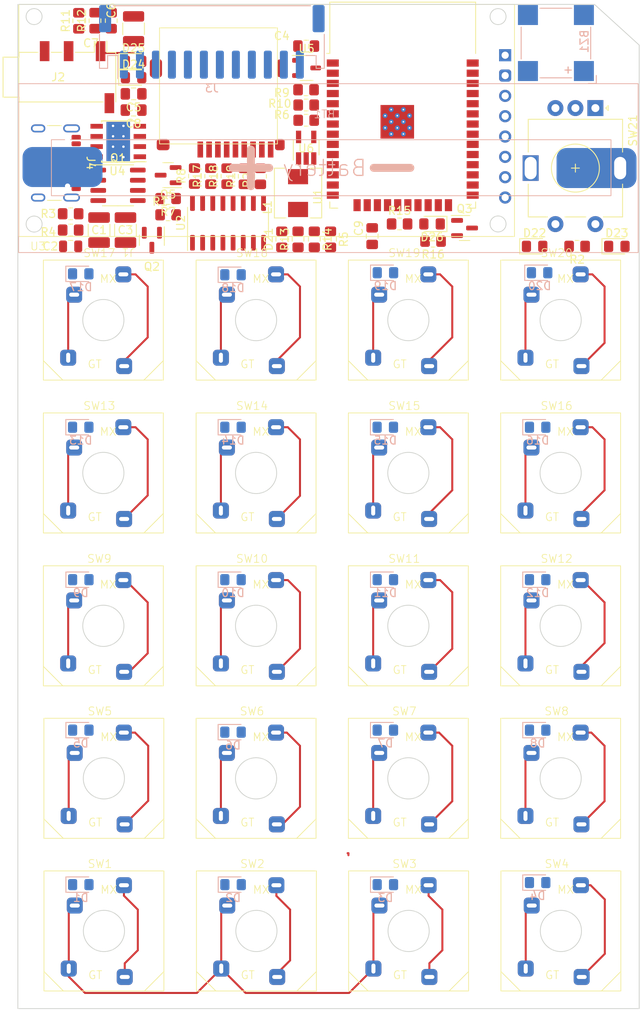
<source format=kicad_pcb>
(kicad_pcb (version 20221018) (generator pcbnew)
  (layers (0 "F.Cu" signal) (31 "B.Cu" signal) (34 "B.Paste" user) (35 "F.Paste" user) (36 "B.SilkS" user "B.Silkscreen") (37 "F.SilkS" user "F.Silkscreen") (38 "B.Mask" user) (39 "F.Mask" user) (44 "Edge.Cuts" user))
  (net 0 "")
  (net 1 "Net-(BT1-+)")
  (net 2 "GND")
  (net 3 "Net-(BZ1--)")
  (net 4 "Net-(Q3-G)")
  (net 5 "Net-(U4-CE)")
  (net 6 "Net-(Q1A-S)")
  (net 7 "VDD")
  (net 8 "Net-(U1-IO32)")
  (net 19 "Net-(J4-CC1)")
  (net 20 "Net-(J4-CC2)")
  (net 23 "/Power/VCART_ON")
  (net 25 "/GP_OE")
  (net 26 "Net-(Q2-D)")
  (net 27 "Net-(D21-K)")
  (net 28 "Net-(D22-A)")
  (net 29 "Net-(D23-A)")
  (net 34 "Net-(C5-Pad2)")
  (net 35 "Net-(U1-IO33)")
  (net 52 "CART_SENSE")
  (net 53 "Net-(U2-QC)")
  (net 54 "Net-(U2-QD)")
  (net 55 "Net-(U2-QE)")
  (net 56 "Net-(U2-QF)")
  (net 57 "Net-(U2-QG)")
  (net 58 "Net-(U2-QH)")
  (net 60 "/GP_CK")
  (net 61 "/GP_D")
  (net 62 "VDD_AON")
  (net 67 "Net-(U4-Prog)")
  (net 70 "/Power/VCART")
  (net 71 "B_OK")
  (net 72 "Net-(D1-A)")
  (net 73 "Net-(D2-A)")
  (net 74 "/GP_T")
  (net 75 "Net-(D3-A)")
  (net 76 "Net-(D4-A)")
  (net 77 "Net-(D5-A)")
  (net 78 "Net-(D6-A)")
  (net 79 "Net-(D7-A)")
  (net 80 "Net-(D8-A)")
  (net 81 "Net-(D9-A)")
  (net 82 "Net-(D10-A)")
  (net 83 "Net-(D11-A)")
  (net 84 "Net-(D12-A)")
  (net 85 "Net-(D13-A)")
  (net 86 "Net-(D14-A)")
  (net 87 "Net-(D15-A)")
  (net 88 "Net-(D16-A)")
  (net 89 "Net-(D17-A)")
  (net 90 "Net-(D18-A)")
  (net 91 "Net-(D19-A)")
  (net 92 "Net-(D20-A)")
  (net 93 "SD_SENSE")
  (net 94 "SD_FEED")
  (net 96 "CART_FEED")
  (net 97 "Net-(U6-LX)")
  (net 99 "Net-(R10-Pad1)")
  (net 100 "Net-(U6-FB)")
  (net 103 "Net-(Q5-D)")
  (net 104 "/Power/VBAT_MON")
  (net 105 "/Power/VPOW_OFF")
  (net 106 "Net-(C8-Pad2)")
  (net 108 "Net-(J1-DAT2)")
  (net 109 "Net-(J1-DAT3{slash}CD)")
  (net 110 "Net-(J1-CMD)")
  (net 111 "Net-(J1-CLK)")
  (net 112 "Net-(J1-DAT0)")
  (net 113 "Net-(J1-DAT1)")
  (net 114 "Net-(U1-IO27)")
  (net 115 "Net-(U1-IO5)")
  (net 116 "Net-(U1-IO18)")
  (net 117 "Net-(U1-IO23)")
  (footprint "footprints:Combo_MechanicalSwitch" (layer "F.Cu") (at 9.48 -8.256)
    (fp_text reference "SW15")
    (fp_text value "SW_Push")
    (fp_circle (center 0 0) (end 2.575 0) (stroke (width 0.1)) (fill none) (layer "Edge.Cuts"))
  )
  (footprint "footprints:Combo_MechanicalSwitch" (layer "F.Cu") (at 28.53 29.9013)
    (fp_text reference "SW8")
    (fp_text value "SW_Push")
    (fp_circle (center 0 0) (end 2.575 0) (stroke (width 0.1)) (fill none) (layer "Edge.Cuts"))
  )
  (footprint "footprints:Combo_MechanicalSwitch" (layer "F.Cu") (at -28.6004 48.9712)
    (fp_text reference "SW1")
    (fp_text value "SW_Push")
    (fp_circle (center 0 0) (end 2.575 0) (stroke (width 0.1)) (fill none) (layer "Edge.Cuts"))
  )
  (footprint "Package_TO_SOT_SMD:SOT-23" (layer "F.Cu") (at 16.51 -38.862)
    (fp_text reference "Q3")
    (fp_text value "BSS138")
  )
  (footprint "Capacitor_SMD:C_0805_2012Metric" (layer "F.Cu") (at -32.766 -36.576)
    (fp_text reference "C2")
    (fp_text value "100n")
  )
  (footprint "footprints:Combo_MechanicalSwitch" (layer "F.Cu") (at 9.5116 48.9702)
    (fp_text reference "SW3")
    (fp_text value "SW_Push")
    (fp_circle (center 0 0) (end 2.575 0) (stroke (width 0.1)) (fill none) (layer "Edge.Cuts"))
  )
  (footprint "Resistor_SMD:R_0805_2012Metric_Pad1.20x1.40mm_HandSolder" (layer "F.Cu") (at -4.318 -37.449 90)
    (fp_text reference "R13")
    (fp_text value "1M")
  )
  (footprint "Resistor_SMD:R_0805_2012Metric_Pad1.20x1.40mm_HandSolder" (layer "F.Cu") (at -32.766 -40.64 180)
    (fp_text reference "R3")
    (fp_text value "5k6")
  )
  (footprint "Resistor_SMD:R_0805_2012Metric_Pad1.20x1.40mm_HandSolder" (layer "F.Cu") (at -31.75 -64.754 90)
    (fp_text reference "R11")
    (fp_text value "100k")
  )
  (footprint "Resistor_SMD:R_0805_2012Metric_Pad1.20x1.40mm_HandSolder" (layer "F.Cu") (at -3.302 -54.229)
    (fp_text reference "R10")
    (fp_text value "220k")
  )
  (footprint "Resistor_SMD:R_0805_2012Metric_Pad1.20x1.40mm_HandSolder" (layer "F.Cu") (at 8.382 -39.37)
    (fp_text reference "R15")
    (fp_text value "10k")
  )
  (footprint "Resistor_SMD:R_0805_2012Metric_Pad1.20x1.40mm_HandSolder" (layer "F.Cu") (at -20.574 -42.545 180)
    (fp_text reference "R7")
    (fp_text value "33k")
  )
  (footprint "Capacitor_SMD:C_1210_3225Metric_Pad1.33x2.70mm_HandSolder" (layer "F.Cu") (at -25.908 -38.608 -90)
    (fp_text reference "C3")
    (fp_text value "22u")
  )
  (footprint "Resistor_SMD:R_0805_2012Metric_Pad1.20x1.40mm_HandSolder" (layer "F.Cu") (at 30.591 -36.576 180)
    (fp_text reference "R2")
    (fp_text value "100k")
  )
  (footprint "footprints:Combo_MechanicalSwitch" (layer "F.Cu") (at -9.57 -27.3568)
    (fp_text reference "SW18")
    (fp_text value "SW_Push")
    (fp_circle (center 0 0) (end 2.575 0) (stroke (width 0.1)) (fill none) (layer "Edge.Cuts"))
  )
  (footprint "footprints:Combo_MechanicalSwitch" (layer "F.Cu") (at 9.48 29.9013)
    (fp_text reference "SW7")
    (fp_text value "SW_Push")
    (fp_circle (center 0 0) (end 2.575 0) (stroke (width 0.1)) (fill none) (layer "Edge.Cuts"))
  )
  (footprint "Resistor_SMD:R_0805_2012Metric_Pad1.20x1.40mm_HandSolder" (layer "F.Cu") (at -29.718 -64.77 90)
    (fp_text reference "R12")
    (fp_text value "100k")
  )
  (footprint "footprints:Combo_MechanicalSwitch" (layer "F.Cu") (at -9.57 10.8448)
    (fp_text reference "SW10")
    (fp_text value "SW_Push")
    (fp_circle (center 0 0) (end 2.575 0) (stroke (width 0.1)) (fill none) (layer "Edge.Cuts"))
  )
  (footprint "Diode_SMD:D_0805_2012Metric_Pad1.15x1.40mm_HandSolder" (layer "F.Cu") (at 35.56 -36.576)
    (fp_text reference "D23")
    (fp_text value "D")
  )
  (footprint "Inductor_SMD:L_Chilisin_BMRA00050530" (layer "F.Cu") (at -4.318 -43.227 -90)
    (fp_text reference "L1")
    (fp_text value "2u2")
  )
  (footprint "Resistor_SMD:R_0805_2012Metric_Pad1.20x1.40mm_HandSolder" (layer "F.Cu") (at -3.302 -52.324 180)
    (fp_text reference "R6")
    (fp_text value "100k")
  )
  (footprint "Package_TO_SOT_SMD:SOT-23" (layer "F.Cu") (at -22.606 -37.338 -90)
    (fp_text reference "Q2")
    (fp_text value "BSS138")
  )
  (footprint "Resistor_SMD:R_0805_2012Metric_Pad1.20x1.40mm_HandSolder" (layer "F.Cu") (at -11.049 -45.323 90)
    (fp_text reference "R19")
    (fp_text value "47k")
  )
  (footprint "Rotary_Encoder:RotaryEncoder_Alps_EC11E-Switch_Vertical_H20mm" (layer "F.Cu") (at 32.8766 -53.848 -90)
    (fp_text reference "SW21")
    (fp_text value "Encoder")
  )
  (footprint "Diode_SMD:D_0805_2012Metric_Pad1.15x1.40mm_HandSolder" (layer "F.Cu") (at 25.273 -36.576)
    (fp_text reference "D22")
    (fp_text value "D")
  )
  (footprint "Resistor_SMD:R_0805_2012Metric_Pad1.20x1.40mm_HandSolder" (layer "F.Cu") (at -17.272 -45.355 90)
    (fp_text reference "R8")
    (fp_text value "47k")
  )
  (footprint "footprints:Combo_MechanicalSwitch" (layer "F.Cu") (at 28.53 -8.256)
    (fp_text reference "SW16")
    (fp_text value "SW_Push")
    (fp_circle (center 0 0) (end 2.575 0) (stroke (width 0.1)) (fill none) (layer "Edge.Cuts"))
  )
  (footprint "Capacitor_SMD:C_0805_2012Metric_Pad1.18x1.45mm_HandSolder" (layer "F.Cu") (at 4.953 -37.846 90)
    (fp_text reference "C9")
    (fp_text value "22u")
  )
  (footprint "footprints:Combo_MechanicalSwitch" (layer "F.Cu") (at 28.53 10.8448)
    (fp_text reference "SW12")
    (fp_text value "SW_Push")
    (fp_circle (center 0 0) (end 2.575 0) (stroke (width 0.1)) (fill none) (layer "Edge.Cuts"))
  )
  (footprint "Package_TO_SOT_SMD:SOT-23" (layer "F.Cu") (at -20.574 -45.466 180)
    (fp_text reference "Q5")
    (fp_text value "BSS138")
  )
  (footprint "Capacitor_SMD:C_0805_2012Metric_Pad1.18x1.45mm_HandSolder" (layer "F.Cu") (at -3.302 -61.595 180)
    (fp_text reference "C4")
    (fp_text value "10u")
  )
  (footprint "footprints:Combo_MechanicalSwitch" (layer "F.Cu") (at 9.48 10.8448)
    (fp_text reference "SW11")
    (fp_text value "SW_Push")
    (fp_circle (center 0 0) (end 2.575 0) (stroke (width 0.1)) (fill none) (layer "Edge.Cuts"))
  )
  (footprint "Capacitor_SMD:C_0805_2012Metric_Pad1.18x1.45mm_HandSolder" (layer "F.Cu") (at -24.892 -55.626 180)
    (fp_text reference "C5")
    (fp_text value "1u")
  )
  (footprint "Capacitor_SMD:C_1210_3225Metric_Pad1.33x2.70mm_HandSolder" (layer "F.Cu") (at -29.21 -38.608 -90)
    (fp_text reference "C1")
    (fp_text value "10u")
  )
  (footprint "Package_SO:SOIC-8_3.9x4.9mm_P1.27mm" (layer "F.Cu") (at -26.839 -44.196)
    (fp_text reference "Q1")
    (fp_text value "Q_Dual_PMOS_S1G1S2G2D2D2D1D1")
  )
  (footprint "Resistor_SMD:R_0805_2012Metric_Pad1.20x1.40mm_HandSolder" (layer "F.Cu") (at -6.35 -37.449 90)
    (fp_text reference "D21")
    (fp_text value "BAT_REV")
  )
  (footprint "Resistor_SMD:R_0805_2012Metric_Pad1.20x1.40mm_HandSolder" (layer "F.Cu") (at -0.254 -37.449 -90)
    (fp_text reference "R5")
    (fp_text value "2k")
  )
  (footprint "Resistor_SMD:R_0805_2012Metric_Pad1.20x1.40mm_HandSolder" (layer "F.Cu") (at -13.208 -45.339 90)
    (fp_text reference "R18")
    (fp_text value "47k")
  )
  (footprint "footprints:Combo_MechanicalSwitch" (layer "F.Cu") (at -28.674 -27.3568)
    (fp_text reference "SW17")
    (fp_text value "SW_Push")
    (fp_circle (center 0 0) (end 2.575 0) (stroke (width 0.1)) (fill none) (layer "Edge.Cuts"))
  )
  (footprint "Package_TO_SOT_SMD:SOT-23-3" (layer "F.Cu") (at -3.2535 -58.862)
    (fp_text reference "U5")
    (fp_text value "XC6206PxxxMR")
  )
  (footprint "Resistor_SMD:R_1210_3225Metric_Pad1.30x2.65mm_HandSolder" (layer "F.Cu") (at -24.892 -63.754 90)
    (fp_text reference "C6")
    (fp_text value "22u")
  )
  (footprint "Resistor_SMD:R_0805_2012Metric_Pad1.20x1.40mm_HandSolder" (layer "F.Cu") (at -27.686 -64.77 90)
    (fp_text reference "C7")
    (fp_text value "100n")
  )
  (footprint "RF_Module:ESP32-WROOM-32-min" (layer "F.Cu") (at 8.776 -51.224)
    (fp_text reference "U1")
    (fp_text value "ESP32-WROOM-32D")
  )
  (footprint "Resistor_SMD:R_0805_2012Metric_Pad1.20x1.40mm_HandSolder" (layer "F.Cu") (at -3.318 -56.134 180)
    (fp_text reference "R9")
    (fp_text value "100k")
  )
  (footprint "footprints:microSD_Short_NoHole" (layer "F.Cu") (at -14.348 -55.3212 180)
    (fp_text reference "J1")
    (fp_text value "Micro_SD_Card_Det2")
  )
  (footprint "footprints:Combo_MechanicalSwitch" (layer "F.Cu") (at 9.48 -27.3568)
    (fp_text reference "SW19")
    (fp_text value "SW_Push")
    (fp_circle (center 0 0) (end 2.575 0) (stroke (width 0.1)) (fill none) (layer "Edge.Cuts"))
  )
  (footprint "footprints:Combo_MechanicalSwitch" (layer "F.Cu") (at -28.674 10.8448)
    (fp_text reference "SW9")
    (fp_text value "SW_Push")
    (fp_circle (center 0 0) (end 2.575 0) (stroke (width 0.1)) (fill none) (layer "Edge.Cuts"))
  )
  (footprint "Connector_Audio:Jack_3.5mm_PJ320D_Horizontal" (layer "F.Cu") (at -32.845 -57.71)
    (fp_text reference "J2")
    (fp_text value "AudioJack3")
  )
  (footprint "Diode_SMD:D_0805_2012Metric_Pad1.15x1.40mm_HandSolder" (layer "F.Cu") (at -24.892 -59.69)
    (fp_text reference "D25")
    (fp_text value "D")
  )
  (footprint "footprints:Combo_MechanicalSwitch" (layer "F.Cu") (at -28.674 -8.256)
    (fp_text reference "SW13")
    (fp_text value "SW_Push")
    (fp_circle (center 0 0) (end 2.575 0) (stroke (width 0.1)) (fill none) (layer "Edge.Cuts"))
  )
  (footprint "Diode_SMD:D_0805_2012Metric_Pad1.15x1.40mm_HandSolder" (layer "F.Cu") (at 12.446 -39.37 180)
    (fp_text reference "D26")
    (fp_text value "D")
  )
  (footprint "footprints:Combo_MechanicalSwitch" (layer "F.Cu") (at 28.5616 48.9712)
    (fp_text reference "SW4")
    (fp_text value "SW_Push")
    (fp_circle (center 0 0) (end 2.575 0) (stroke (width 0.1)) (fill none) (layer "Edge.Cuts"))
  )
  (footprint "Resistor_SMD:R_0805_2012Metric_Pad1.20x1.40mm_HandSolder" (layer "F.Cu") (at 12.573 -37.211 180)
    (fp_text reference "R16")
    (fp_text value "470k")
  )
  (footprint "Package_SO:Texas_HSOP-8-1EP_3.9x4.9mm_P1.27mm_ThermalVias" (layer "F.Cu") (at -26.812 -49.672 180)
    (fp_text reference "U4")
    (fp_text value "~")
  )
  (footprint "footprints:Combo_MechanicalSwitch" (layer "F.Cu") (at -9.5264 48.9712)
    (fp_text reference "SW2")
    (fp_text value "SW_Push")
    (fp_circle (center 0 0) (end 2.575 0) (stroke (width 0.1)) (fill none) (layer "Edge.Cuts"))
  )
  (footprint "Resistor_SMD:R_0805_2012Metric_Pad1.20x1.40mm_HandSolder" (layer "F.Cu") (at -32.766 -38.608 180)
    (fp_text reference "R4")
    (fp_text value "5k6")
  )
  (footprint "footprints:Combo_MechanicalSwitch" (layer "F.Cu") (at -28.6104 29.9013)
    (fp_text reference "SW5")
    (fp_text value "SW_Push")
    (fp_circle (center 0 0) (end 2.575 0) (stroke (width 0.1)) (fill none) (layer "Edge.Cuts"))
  )
  (footprint "Resistor_SMD:R_0805_2012Metric_Pad1.20x1.40mm_HandSolder" (layer "F.Cu") (at -20.574 -40.513)
    (fp_text reference "R1")
    (fp_text value "100k")
  )
  (footprint "Resistor_SMD:R_0805_2012Metric_Pad1.20x1.40mm_HandSolder" (layer "F.Cu") (at -9.017 -45.323 90)
    (fp_text reference "R20")
    (fp_text value "47k")
  )
  (footprint "Package_SO:SOIC-16_3.9x9.9mm_P1.27mm" (layer "F.Cu") (at -13.081 -39.497 90)
    (fp_text reference "U2")
    (fp_text value "74HC595")
  )
  (footprint "Capacitor_SMD:C_0805_2012Metric_Pad1.18x1.45mm_HandSolder" (layer "F.Cu") (at -24.892 -53.594 180)
    (fp_text reference "C8")
    (fp_text value "1u")
  )
  (footprint "Connector_USB:USB_C_Receptacle_GCT_USB4105-xx-A_16P_TopMnt_Horizontal" (layer "F.Cu") (at -35.755 -46.988 -90)
    (fp_text reference "J4")
    (fp_text value "USB_C_Receptacle_USB2.0_16P")
  )
  (footprint "Resistor_SMD:R_0805_2012Metric_Pad1.20x1.40mm_HandSolder" (layer "F.Cu") (at -15.24 -45.339 90)
    (fp_text reference "R17")
    (fp_text value "47k")
  )
  (footprint "footprints:ST7789 1.9inch module Display" (layer "F.Cu") (at -39.243 -66.802)
    (fp_text reference "U3")
    (fp_text value "ISP Display")
    (fp_circle (center 1.902908 1.524) (end 2.902908 1.524) (stroke (width 0.1)) (fill none) (layer "Edge.Cuts"))
    (fp_circle (center 1.907218 27.446522) (end 2.907218 27.446522) (stroke (width 0.1)) (fill none) (layer "Edge.Cuts"))
    (fp_circle (center 59.944 1.524) (end 60.944 1.524) (stroke (width 0.1)) (fill none) (layer "Edge.Cuts"))
    (fp_circle (center 59.944 27.432) (end 60.944 27.432) (stroke (width 0.1)) (fill none) (layer "Edge.Cuts"))
  )
  (footprint "footprints:Combo_MechanicalSwitch" (layer "F.Cu") (at 28.53 -27.3568)
    (fp_text reference "SW20")
    (fp_text value "SW_Push")
    (fp_circle (center 0 0) (end 2.575 0) (stroke (width 0.1)) (fill none) (layer "Edge.Cuts"))
  )
  (footprint "Resistor_SMD:R_0805_2012Metric_Pad1.20x1.40mm_HandSolder" (layer "F.Cu") (at -2.286 -37.449 -90)
    (fp_text reference "R14")
    (fp_text value "1M")
  )
  (footprint "footprints:Combo_MechanicalSwitch" (layer "F.Cu") (at -9.57 29.9013)
    (fp_text reference "SW6")
    (fp_text value "SW_Push")
    (fp_circle (center 0 0) (end 2.575 0) (stroke (width 0.1)) (fill none) (layer "Edge.Cuts"))
  )
  (footprint "Package_TO_SOT_SMD:SOT-23-5_HandSoldering" (layer "F.Cu") (at -3.302 -48.895 90)
    (fp_text reference "U6")
    (fp_text value "~")
  )
  (footprint "footprints:Combo_MechanicalSwitch" (layer "F.Cu") (at -9.57 -8.256)
    (fp_text reference "SW14")
    (fp_text value "SW_Push")
    (fp_circle (center 0 0) (end 2.575 0) (stroke (width 0.1)) (fill none) (layer "Edge.Cuts"))
  )
  (footprint "Diode_SMD:D_0805_2012Metric_Pad1.15x1.40mm_HandSolder" (layer "F.Cu") (at -24.892 -57.658)
    (fp_text reference "D24")
    (fp_text value "D")
  )
  (footprint "Diode_SMD:D_0805_2012Metric_Pad1.15x1.40mm_HandSolder" (layer "B.Cu") (at -31.496 43.18)
    (fp_text reference "D1")
    (fp_text value "D" hide)
  )
  (footprint "footprints:LiIon18650" (layer "B.Cu") (at 38.227 -56.896 180)
    (fp_text reference "BT1")
    (fp_text value "Battery")
  )
  (footprint "Diode_SMD:D_0805_2012Metric_Pad1.15x1.40mm_HandSolder" (layer "B.Cu") (at -31.496 5.08)
    (fp_text reference "D9")
    (fp_text value "D")
  )
  (footprint "Diode_SMD:D_0805_2012Metric_Pad1.15x1.40mm_HandSolder" (layer "B.Cu") (at -12.455 -33.02)
    (fp_text reference "D18")
    (fp_text value "D")
  )
  (footprint "Diode_SMD:D_0805_2012Metric_Pad1.15x1.40mm_HandSolder" (layer "B.Cu") (at 6.604 43.18)
    (fp_text reference "D3")
    (fp_text value "D" hide)
  )
  (footprint "Diode_SMD:D_0805_2012Metric_Pad1.15x1.40mm_HandSolder" (layer "B.Cu") (at 25.654 42.926)
    (fp_text reference "D4")
    (fp_text value "D" hide)
  )
  (footprint "Buzzer_Beeper:MagneticBuzzer_CUI_CMT-8504-100-SMT" (layer "B.Cu") (at 27.94 -61.976 90)
    (fp_text reference "BZ1")
    (fp_text value "Buzzer")
  )
  (footprint "Diode_SMD:D_0805_2012Metric_Pad1.15x1.40mm_HandSolder" (layer "B.Cu") (at -12.446 43.18)
    (fp_text reference "D2")
    (fp_text value "D" hide)
  )
  (footprint "Diode_SMD:D_0805_2012Metric_Pad1.15x1.40mm_HandSolder" (layer "B.Cu") (at 25.654 5.08)
    (fp_text reference "D12")
    (fp_text value "D")
  )
  (footprint "Diode_SMD:D_0805_2012Metric_Pad1.15x1.40mm_HandSolder" (layer "B.Cu") (at 25.899 -33.274)
    (fp_text reference "D20")
    (fp_text value "D")
  )
  (footprint "Diode_SMD:D_0805_2012Metric_Pad1.15x1.40mm_HandSolder" (layer "B.Cu") (at 6.595 -13.97)
    (fp_text reference "D15")
    (fp_text value "D")
  )
  (footprint "Diode_SMD:D_0805_2012Metric_Pad1.15x1.40mm_HandSolder" (layer "B.Cu") (at -31.505 -13.97)
    (fp_text reference "D13")
    (fp_text value "D")
  )
  (footprint "Diode_SMD:D_0805_2012Metric_Pad1.15x1.40mm_HandSolder" (layer "B.Cu") (at 25.654 23.876)
    (fp_text reference "D8")
    (fp_text value "D")
  )
  (footprint "Diode_SMD:D_0805_2012Metric_Pad1.15x1.40mm_HandSolder" (layer "B.Cu") (at -31.505 -33.1346)
    (fp_text reference "D17")
    (fp_text value "D")
  )
  (footprint "Connector_JST:JST_PH_S12B-PH-SM4-TB_1x12-1MP_P2.00mm_Horizontal" (layer "B.Cu") (at -15.098 -62.124)
    (fp_text reference "J3")
    (fp_text value "SK_CART")
  )
  (footprint "Diode_SMD:D_0805_2012Metric_Pad1.15x1.40mm_HandSolder" (layer "B.Cu") (at -12.455 -13.97)
    (fp_text reference "D14")
    (fp_text value "D")
  )
  (footprint "Diode_SMD:D_0805_2012Metric_Pad1.15x1.40mm_HandSolder" (layer "B.Cu") (at 25.654 -13.97)
    (fp_text reference "D16")
    (fp_text value "D")
  )
  (footprint "Diode_SMD:D_0805_2012Metric_Pad1.15x1.40mm_HandSolder" (layer "B.Cu") (at 6.604 5.08)
    (fp_text reference "D11")
    (fp_text value "D")
  )
  (footprint "Diode_SMD:D_0805_2012Metric_Pad1.15x1.40mm_HandSolder" (layer "B.Cu") (at -31.496 23.876)
    (fp_text reference "D5")
    (fp_text value "D" hide)
  )
  (footprint "Diode_SMD:D_0805_2012Metric_Pad1.15x1.40mm_HandSolder" (layer "B.Cu") (at 6.613 -33.274)
    (fp_text reference "D19")
    (fp_text value "D")
  )
  (footprint "Diode_SMD:D_0805_2012Metric_Pad1.15x1.40mm_HandSolder" (layer "B.Cu") (at -12.455 24.13)
    (fp_text reference "D6")
    (fp_text value "D")
  )
  (footprint "Diode_SMD:D_0805_2012Metric_Pad1.15x1.40mm_HandSolder" (layer "B.Cu") (at 6.604 23.876)
    (fp_text reference "D7")
    (fp_text value "D")
  )
  (footprint "Diode_SMD:D_0805_2012Metric_Pad1.15x1.40mm_HandSolder" (layer "B.Cu") (at -12.455 5.08)
    (fp_text reference "D10")
    (fp_text value "D")
  )
  (gr_poly (pts (xy -39.37 -66.802) (xy 32.766 -66.802) (xy 38.354 -61.722) (xy 38.354 58.674) (xy -39.37 58.674)) (stroke (width 0.1)) (fill none) (layer "Edge.Cuts"))
  (segment (start 1.8796 39.2554) (end 1.9866 39.2554) (width 0.25) (layer "F.Cu") (net 0))
  (segment (start 1.9866 39.2554) (end 1.9866 39.5094) (width 0.25) (layer "F.Cu") (net 0))
  (segment (start -28.7755 -60.7275) (end -28.956 -60.908) (width 0.25) (layer "F.Cu") (net 34))
  (segment (start -24.892 -60.7275) (end -28.7755 -60.7275) (width 0.25) (layer "F.Cu") (net 34))
  (segment (start -13.97 -22.6568) (end -13.97 -29.7818) (width 0.25) (layer "F.Cu") (net 53))
  (segment (start -33.074 -29.7818) (end -32.324 -30.5318) (width 0.25) (layer "F.Cu") (net 53))
  (segment (start 24.13 -10.681) (end 24.88 -11.431) (width 0.25) (layer "F.Cu") (net 53))
  (segment (start 24.13 -3.556) (end 24.13 -10.681) (width 0.25) (layer "F.Cu") (net 53))
  (segment (start -13.97 -29.7818) (end -13.22 -30.5318) (width 0.25) (layer "F.Cu") (net 53))
  (segment (start -33.074 -22.6568) (end -33.074 -29.7818) (width 0.25) (layer "F.Cu") (net 53))
  (segment (start -13.97 -3.556) (end -13.97 -10.681) (width 0.25) (layer "F.Cu") (net 54))
  (segment (start 5.08 -10.681) (end 5.83 -11.431) (width 0.25) (layer "F.Cu") (net 54))
  (segment (start -33.074 -10.681) (end -32.324 -11.431) (width 0.25) (layer "F.Cu") (net 54))
  (segment (start -33.074 -3.556) (end -33.074 -10.681) (width 0.25) (layer "F.Cu") (net 54))
  (segment (start -13.97 -10.681) (end -13.22 -11.431) (width 0.25) (layer "F.Cu") (net 54))
  (segment (start 5.08 -3.556) (end 5.08 -10.681) (width 0.25) (layer "F.Cu") (net 54))
  (segment (start 5.08 15.5448) (end 5.08 8.4198) (width 0.25) (layer "F.Cu") (net 55))
  (segment (start 5.08 8.4198) (end 5.83 7.6698) (width 0.25) (layer "F.Cu") (net 55))
  (segment (start 24.13 15.5448) (end 24.13 8.4198) (width 0.25) (layer "F.Cu") (net 55))
  (segment (start -13.97 15.5448) (end -13.97 8.4198) (width 0.25) (layer "F.Cu") (net 55))
  (segment (start 24.13 8.4198) (end 24.88 7.6698) (width 0.25) (layer "F.Cu") (net 55))
  (segment (start -13.97 8.4198) (end -13.22 7.6698) (width 0.25) (layer "F.Cu") (net 55))
  (segment (start -33.074 8.4198) (end -32.324 7.6698) (width 0.25) (layer "F.Cu") (net 56))
  (segment (start 24.13 27.4763) (end 24.88 26.7263) (width 0.25) (layer "F.Cu") (net 56))
  (segment (start 24.13 34.6013) (end 24.13 27.4763) (width 0.25) (layer "F.Cu") (net 56))
  (segment (start 5.08 34.6013) (end 5.08 27.4763) (width 0.25) (layer "F.Cu") (net 56))
  (segment (start 5.08 27.4763) (end 5.83 26.7263) (width 0.25) (layer "F.Cu") (net 56))
  (segment (start -33.074 15.5448) (end -33.074 8.4198) (width 0.25) (layer "F.Cu") (net 56))
  (segment (start 24.1616 46.5462) (end 24.9116 45.7962) (width 0.25) (layer "F.Cu") (net 57))
  (segment (start 24.1616 53.6712) (end 24.1616 46.5462) (width 0.25) (layer "F.Cu") (net 57))
  (segment (start -13.97 34.6013) (end -13.97 27.4763) (width 0.25) (layer "F.Cu") (net 57))
  (segment (start -13.97 27.4763) (end -13.22 26.7263) (width 0.25) (layer "F.Cu") (net 57))
  (segment (start -33.0104 27.4763) (end -32.2604 26.7263) (width 0.25) (layer "F.Cu") (net 57))
  (segment (start -33.0104 34.6013) (end -33.0104 27.4763) (width 0.25) (layer "F.Cu") (net 57))
  (segment (start -10.8794 56.7182) (end 2.0636 56.7182) (width 0.25) (layer "F.Cu") (net 58))
  (segment (start -13.9264 53.6712) (end -10.8794 56.7182) (width 0.25) (layer "F.Cu") (net 58))
  (segment (start -33.0004 53.6712) (end -33.0004 54.6862) (width 0.25) (layer "F.Cu") (net 58))
  (segment (start -33.0004 46.5462) (end -32.2504 45.7962) (width 0.25) (layer "F.Cu") (net 58))
  (segment (start -33.0004 53.6712) (end -33.0004 46.5462) (width 0.25) (layer "F.Cu") (net 58))
  (segment (start -30.9684 56.7182) (end -16.9734 56.7182) (width 0.25) (layer "F.Cu") (net 58))
  (segment (start -33.0004 54.6862) (end -30.9684 56.7182) (width 0.25) (layer "F.Cu") (net 58))
  (segment (start 5.1116 53.6702) (end 5.1116 46.5452) (width 0.25) (layer "F.Cu") (net 58))
  (segment (start -13.9264 46.5462) (end -13.1764 45.7962) (width 0.25) (layer "F.Cu") (net 58))
  (segment (start -13.9264 53.6712) (end -13.9264 46.5462) (width 0.25) (layer "F.Cu") (net 58))
  (segment (start -16.9734 56.7182) (end -13.9264 53.6712) (width 0.25) (layer "F.Cu") (net 58))
  (segment (start 2.0636 56.7182) (end 5.1116 53.6702) (width 0.25) (layer "F.Cu") (net 58))
  (segment (start 5.1116 46.5452) (end 5.8616 45.7952) (width 0.25) (layer "F.Cu") (net 58))
  (segment (start -26.0004 54.7212) (end -26.0004 53.0202) (width 0.25) (layer "F.Cu") (net 72))
  (segment (start -24.3644 46.3042) (end -26.1004 44.5682) (width 0.25) (layer "F.Cu") (net 72))
  (segment (start -26.0004 53.0202) (end -24.3644 51.3842) (width 0.25) (layer "F.Cu") (net 72))
  (segment (start -26.1004 44.5682) (end -26.1004 43.2562) (width 0.25) (layer "F.Cu") (net 72))
  (segment (start -24.3644 51.3842) (end -24.3644 46.3042) (width 0.25) (layer "F.Cu") (net 72))
  (segment (start -5.3144 52.6542) (end -5.3144 46.3042) (width 0.25) (layer "F.Cu") (net 73))
  (segment (start -6.9264 54.7212) (end -6.9264 54.2662) (width 0.25) (layer "F.Cu") (net 73))
  (segment (start -7.0264 44.5922) (end -7.0264 43.2562) (width 0.25) (layer "F.Cu") (net 73))
  (segment (start -6.9264 54.2662) (end -5.3144 52.6542) (width 0.25) (layer "F.Cu") (net 73))
  (segment (start -5.3144 46.3042) (end -7.0264 44.5922) (width 0.25) (layer "F.Cu") (net 73))
  (segment (start 13.7356 46.3042) (end 12.0116 44.5802) (width 0.25) (layer "F.Cu") (net 75))
  (segment (start 12.0116 44.5802) (end 12.0116 43.2552) (width 0.25) (layer "F.Cu") (net 75))
  (segment (start 12.1116 53.0082) (end 13.7356 51.3842) (width 0.25) (layer "F.Cu") (net 75))
  (segment (start 12.1116 54.7202) (end 12.1116 53.0082) (width 0.25) (layer "F.Cu") (net 75))
  (segment (start 13.7356 51.3842) (end 13.7356 46.3042) (width 0.25) (layer "F.Cu") (net 75))
  (segment (start 34.0556 51.8272) (end 34.0556 45.0342) (width 0.25) (layer "F.Cu") (net 76))
  (segment (start 34.0556 45.0342) (end 32.2776 43.2562) (width 0.25) (layer "F.Cu") (net 76))
  (segment (start 32.2776 43.2562) (end 31.0616 43.2562) (width 0.25) (layer "F.Cu") (net 76))
  (segment (start 31.1616 54.7212) (end 34.0556 51.8272) (width 0.25) (layer "F.Cu") (net 76))
  (segment (start -23.0624 25.8373) (end -24.7134 24.1863) (width 0.25) (layer "F.Cu") (net 77))
  (segment (start -23.0624 32.7033) (end -23.0624 25.8373) (width 0.25) (layer "F.Cu") (net 77))
  (segment (start -26.0104 35.6513) (end -23.0624 32.7033) (width 0.25) (layer "F.Cu") (net 77))
  (segment (start -24.7134 24.1863) (end -26.1104 24.1863) (width 0.25) (layer "F.Cu") (net 77))
  (segment (start -4.076 33.4573) (end -4.076 25.8373) (width 0.25) (layer "F.Cu") (net 78))
  (segment (start -5.727 24.1863) (end -7.07 24.1863) (width 0.25) (layer "F.Cu") (net 78))
  (segment (start -4.076 25.8373) (end -5.727 24.1863) (width 0.25) (layer "F.Cu") (net 78))
  (segment (start -6.97 35.6513) (end -6.27 35.6513) (width 0.25) (layer "F.Cu") (net 78))
  (segment (start -6.27 35.6513) (end -4.076 33.4573) (width 0.25) (layer "F.Cu") (net 78))
  (segment (start 14.974 25.8373) (end 13.323 24.1863) (width 0.25) (layer "F.Cu") (net 79))
  (segment (start 13.323 24.1863) (end 11.98 24.1863) (width 0.25) (layer "F.Cu") (net 79))
  (segment (start 14.974 32.7573) (end 14.974 25.8373) (width 0.25) (layer "F.Cu") (net 79))
  (segment (start 12.08 35.6513) (end 14.974 32.7573) (width 0.25) (layer "F.Cu") (net 79))
  (segment (start 32.373 24.1863) (end 31.03 24.1863) (width 0.25) (layer "F.Cu") (net 80))
  (segment (start 31.13 35.6513) (end 34.024 32.7573) (width 0.25) (layer "F.Cu") (net 80))
  (segment (start 34.024 32.7573) (end 34.024 25.8373) (width 0.25) (layer "F.Cu") (net 80))
  (segment (start 34.024 25.8373) (end 32.373 24.1863) (width 0.25) (layer "F.Cu") (net 80))
  (segment (start -23.126 14.2738) (end -23.126 7.9238) (width 0.25) (layer "F.Cu") (net 81))
  (segment (start -25.447 16.5948) (end -23.126 14.2738) (width 0.25) (layer "F.Cu") (net 81))
  (segment (start -23.126 7.9238) (end -25.92 5.1298) (width 0.25) (layer "F.Cu") (net 81))
  (segment (start -26.074 16.5948) (end -25.447 16.5948) (width 0.25) (layer "F.Cu") (net 81))
  (segment (start -25.92 5.1298) (end -26.174 5.1298) (width 0.25) (layer "F.Cu") (net 81))
  (segment (start -5.6 5.1298) (end -7.07 5.1298) (width 0.25) (layer "F.Cu") (net 82))
  (segment (start -4.076 13.7008) (end -4.076 6.6538) (width 0.25) (layer "F.Cu") (net 82))
  (segment (start -4.076 6.6538) (end -5.6 5.1298) (width 0.25) (layer "F.Cu") (net 82))
  (segment (start -6.97 16.5948) (end -4.076 13.7008) (width 0.25) (layer "F.Cu") (net 82))
  (segment (start 14.974 6.6538) (end 13.45 5.1298) (width 0.25) (layer "F.Cu") (net 83))
  (segment (start 13.45 5.1298) (end 11.98 5.1298) (width 0.25) (layer "F.Cu") (net 83))
  (segment (start 12.08 16.5948) (end 14.974 13.7008) (width 0.25) (layer "F.Cu") (net 83))
  (segment (start 14.974 13.7008) (end 14.974 6.6538) (width 0.25) (layer "F.Cu") (net 83))
  (segment (start 34.024 13.0038) (end 34.024 7.9238) (width 0.25) (layer "F.Cu") (net 84))
  (segment (start 31.13 15.8978) (end 34.024 13.0038) (width 0.25) (layer "F.Cu") (net 84))
  (segment (start 31.23 5.1298) (end 31.03 5.1298) (width 0.25) (layer "F.Cu") (net 84))
  (segment (start 31.13 16.5948) (end 31.13 15.8978) (width 0.25) (layer "F.Cu") (net 84))
  (segment (start 34.024 7.9238) (end 31.23 5.1298) (width 0.25) (layer "F.Cu") (net 84))
  (segment (start -24.65 -13.971) (end -26.174 -13.971) (width 0.25) (layer "F.Cu") (net 85))
  (segment (start -23.126 -12.447) (end -24.65 -13.971) (width 0.25) (layer "F.Cu") (net 85))
  (segment (start -26.074 -2.506) (end -23.126 -5.454) (width 0.25) (layer "F.Cu") (net 85))
  (segment (start -23.126 -5.454) (end -23.126 -12.447) (width 0.25) (layer "F.Cu") (net 85))
  (segment (start -6.97 -2.506) (end -4.076 -5.4) (width 0.25) (layer "F.Cu") (net 86))
  (segment (start -4.076 -5.4) (end -4.076 -12.447) (width 0.25) (layer "F.Cu") (net 86))
  (segment (start -5.6 -13.971) (end -7.07 -13.971) (width 0.25) (layer "F.Cu") (net 86))
  (segment (start -4.076 -12.447) (end -5.6 -13.971) (width 0.25) (layer "F.Cu") (net 86))
  (segment (start 14.974 -6.097) (end 14.974 -12.447) (width 0.25) (layer "F.Cu") (net 87))
  (segment (start 14.974 -12.447) (end 13.45 -13.971) (width 0.25) (layer "F.Cu") (net 87))
  (segment (start 12.08 -3.203) (end 14.974 -6.097) (width 0.25) (layer "F.Cu") (net 87))
  (segment (start 12.08 -2.506) (end 12.08 -3.203) (width 0.25) (layer "F.Cu") (net 87))
  (segment (start 13.45 -13.971) (end 11.98 -13.971) (width 0.25) (layer "F.Cu") (net 87))
  (segment (start 34.024 -12.447) (end 32.5 -13.971) (width 0.25) (layer "F.Cu") (net 88))
  (segment (start 32.5 -13.971) (end 31.03 -13.971) (width 0.25) (layer "F.Cu") (net 88))
  (segment (start 34.024 -6.097) (end 34.024 -12.447) (width 0.25) (layer "F.Cu") (net 88))
  (segment (start 31.13 -2.506) (end 31.13 -3.203) (width 0.25) (layer "F.Cu") (net 88))
  (segment (start 31.13 -3.203) (end 34.024 -6.097) (width 0.25) (layer "F.Cu") (net 88))
  (segment (start -23.126 -25.1978) (end -23.126 -31.5478) (width 0.25) (layer "F.Cu") (net 89))
  (segment (start -23.126 -31.5478) (end -24.65 -33.0718) (width 0.25) (layer "F.Cu") (net 89))
  (segment (start -26.074 -21.6068) (end -26.074 -22.2498) (width 0.25) (layer "F.Cu") (net 89))
  (segment (start -26.074 -22.2498) (end -23.126 -25.1978) (width 0.25) (layer "F.Cu") (net 89))
  (segment (start -24.65 -33.0718) (end -26.174 -33.0718) (width 0.25) (layer "F.Cu") (net 89))
  (segment (start -4.076 -25.1978) (end -4.076 -31.5478) (width 0.25) (layer "F.Cu") (net 90))
  (segment (start -5.6 -33.0718) (end -7.07 -33.0718) (width 0.25) (layer "F.Cu") (net 90))
  (segment (start -6.97 -22.3038) (end -4.076 -25.1978) (width 0.25) (layer "F.Cu") (net 90))
  (segment (start -6.97 -21.6068) (end -6.97 -22.3038) (width 0.25) (layer "F.Cu") (net 90))
  (segment (start -4.076 -31.5478) (end -5.6 -33.0718) (width 0.25) (layer "F.Cu") (net 90))
  (segment (start 12.08 -21.6068) (end 12.08 -22.3038) (width 0.25) (layer "F.Cu") (net 91))
  (segment (start 14.974 -31.5478) (end 13.45 -33.0718) (width 0.25) (layer "F.Cu") (net 91))
  (segment (start 12.08 -22.3038) (end 14.974 -25.1978) (width 0.25) (layer "F.Cu") (net 91))
  (segment (start 14.974 -25.1978) (end 14.974 -31.5478) (width 0.25) (layer "F.Cu") (net 91))
  (segment (start 13.45 -33.0718) (end 11.98 -33.0718) (width 0.25) (layer "F.Cu") (net 91))
  (segment (start 31.13 -21.6068) (end 34.024 -24.5008) (width 0.25) (layer "F.Cu") (net 92))
  (segment (start 32.5 -33.0718) (end 31.03 -33.0718) (width 0.25) (layer "F.Cu") (net 92))
  (segment (start 34.024 -31.5478) (end 32.5 -33.0718) (width 0.25) (layer "F.Cu") (net 92))
  (segment (start 34.024 -24.5008) (end 34.024 -31.5478) (width 0.25) (layer "F.Cu") (net 92))
  (segment (start 24.13 -22.6568) (end 24.13 -29.7818) (width 0.25) (layer "F.Cu") (net 96))
  (segment (start 5.08 -22.6568) (end 5.08 -29.7818) (width 0.25) (layer "F.Cu") (net 96))
  (segment (start 5.08 -29.7818) (end 5.83 -30.5318) (width 0.25) (layer "F.Cu") (net 96))
  (segment (start 24.13 -29.7818) (end 24.88 -30.5318) (width 0.25) (layer "F.Cu") (net 96))
)
</source>
